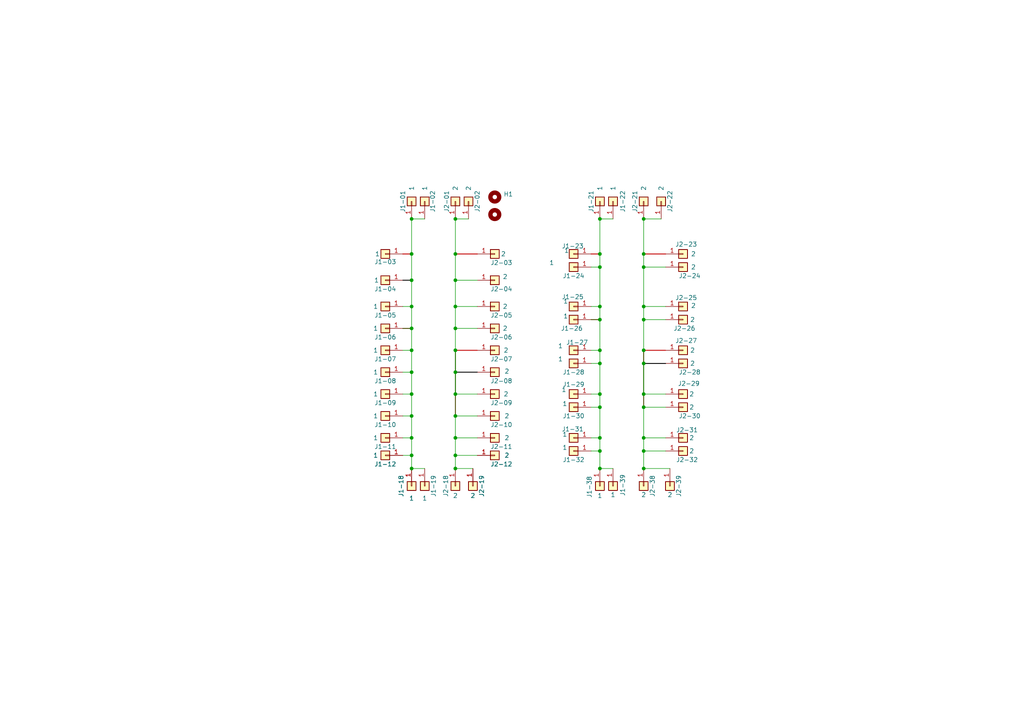
<source format=kicad_sch>
(kicad_sch (version 20250114) (generator "eeschema") (generator_version "9.0")
  (paper "A4")
  (lib_symbols
    (symbol "Connector_Generic:Conn_01x01" (pin_names (offset 1.016) (hide yes))
      (property "Reference" "J" (at 0 2.54 0))
      (property "Value" "Conn_01x01" (at 0 -2.54 0))
      (symbol "Conn_01x01_1_1"
        (rectangle (start -1.27 1.27) (end 1.27 -1.27) (stroke (width 0.254)) (fill (type background)))
        (rectangle (start -1.27 0.127) (end 0 -0.127) (stroke (width 0.1524)))
        (pin passive line (at -5.08 0 0) (length 3.81) (name "Pin_1") (number "1"))
      )
    )
    (symbol "Mechanical:MountingHole" (pin_names (offset 1.016))
      (property "Reference" "H" (at 0 5.08 0))
      (property "Value" "MountingHole" (at 0 3.175 0))
      (symbol "MountingHole_0_1"
        (circle (center 0 0) (radius 1.27) (stroke (width 1.27)))
      )
    )
  )
  (junction (at 173.99 114.3))
  (junction (at 186.69 73.66))
  (junction (at 186.69 88.9))
  (junction (at 132.08 135.89))
  (junction (at 186.69 77.47))
  (junction (at 132.08 114.3))
  (junction (at 173.99 127))
  (junction (at 132.08 127))
  (junction (at 119.38 88.9))
  (junction (at 132.08 81.28))
  (junction (at 186.69 118.11))
  (junction (at 132.08 88.9))
  (junction (at 119.38 81.28))
  (junction (at 186.69 127))
  (junction (at 119.38 120.65))
  (junction (at 119.38 95.25))
  (junction (at 173.99 88.9))
  (junction (at 132.08 107.95))
  (junction (at 119.38 127))
  (junction (at 119.38 101.6))
  (junction (at 132.08 120.65))
  (junction (at 186.69 105.41))
  (junction (at 173.99 77.47))
  (junction (at 119.38 114.3))
  (junction (at 119.38 63.5))
  (junction (at 173.99 92.71))
  (junction (at 173.99 101.6))
  (junction (at 173.99 130.81))
  (junction (at 132.08 73.66))
  (junction (at 119.38 132.08))
  (junction (at 173.99 135.89))
  (junction (at 173.99 73.66))
  (junction (at 132.08 132.08))
  (junction (at 186.69 130.81))
  (junction (at 186.69 135.89))
  (junction (at 119.38 135.89))
  (junction (at 132.08 101.6))
  (junction (at 132.08 95.25))
  (junction (at 186.69 114.3))
  (junction (at 173.99 105.41))
  (junction (at 186.69 101.6))
  (junction (at 186.69 92.71))
  (junction (at 132.08 63.5))
  (junction (at 173.99 118.11))
  (junction (at 173.99 63.5))
  (junction (at 186.69 63.5))
  (junction (at 119.38 107.95))
  (junction (at 119.38 73.66))
  (wire (pts (xy 177.8 135.89) (xy 173.99 135.89)))
  (wire (pts (xy 186.69 88.9) (xy 186.69 92.71)))
  (wire (pts (xy 186.69 101.6) (xy 193.04 101.6)) (stroke (width 0.25) (color 194 0 0 1)))
  (wire (pts (xy 132.08 107.95) (xy 138.43 107.95)) (stroke (width 0.25) (color 0 0 0 1)))
  (wire (pts (xy 173.99 130.81) (xy 173.99 135.89)))
  (wire (pts (xy 173.99 63.5) (xy 173.99 73.66)))
  (wire (pts (xy 173.99 101.6) (xy 173.99 105.41)))
  (wire (pts (xy 138.43 73.66) (xy 132.08 73.66)) (stroke (width 0.25) (color 194 0 0 1)))
  (wire (pts (xy 186.69 77.47) (xy 193.04 77.47)))
  (wire (pts (xy 173.99 105.41) (xy 173.99 114.3)))
  (wire (pts (xy 132.08 114.3) (xy 138.43 114.3)))
  (wire (pts (xy 186.69 92.71) (xy 186.69 101.6)))
  (wire (pts (xy 132.08 127) (xy 132.08 132.08)))
  (wire (pts (xy 119.38 114.3) (xy 119.38 120.65)))
  (wire (pts (xy 132.08 107.95) (xy 132.08 114.3)))
  (wire (pts (xy 171.45 130.81) (xy 173.99 130.81)))
  (wire (pts (xy 132.08 101.6) (xy 132.08 107.95)) (stroke (width 0.25) (color 72 72 0 1)))
  (wire (pts (xy 119.38 81.28) (xy 119.38 88.9)))
  (wire (pts (xy 132.08 114.3) (xy 132.08 120.65)) (stroke (width 0.25) (color 72 72 0 1)))
  (wire (pts (xy 186.69 101.6) (xy 186.69 105.41)) (stroke (width 0.25) (color 72 72 0 1)))
  (wire (pts (xy 119.38 63.5) (xy 123.19 63.5)))
  (wire (pts (xy 119.38 88.9) (xy 119.38 95.25)))
  (wire (pts (xy 119.38 135.89) (xy 123.19 135.89)))
  (wire (pts (xy 132.08 127) (xy 138.43 127)))
  (wire (pts (xy 186.69 105.41) (xy 186.69 114.3)))
  (wire (pts (xy 119.38 95.25) (xy 119.38 101.6)))
  (wire (pts (xy 116.84 95.25) (xy 119.38 95.25)) (stroke (width 0.25) (color 72 72 0 1)))
  (wire (pts (xy 193.04 73.66) (xy 186.69 73.66)) (stroke (width 0.25) (color 194 0 0 1)))
  (wire (pts (xy 132.08 107.95) (xy 132.08 114.3)) (stroke (width 0.25) (color 72 72 0 1)))
  (wire (pts (xy 132.08 63.5) (xy 132.08 73.66)))
  (wire (pts (xy 132.08 101.6) (xy 138.43 101.6)) (stroke (width 0.25) (color 194 0 0 1)))
  (wire (pts (xy 173.99 118.11) (xy 173.99 127)))
  (wire (pts (xy 186.69 114.3) (xy 186.69 118.11)) (stroke (width 0.25) (color 72 72 0 1)))
  (wire (pts (xy 171.45 77.47) (xy 173.99 77.47)))
  (wire (pts (xy 171.45 114.3) (xy 173.99 114.3)))
  (wire (pts (xy 186.69 77.47) (xy 186.69 88.9)))
  (wire (pts (xy 119.38 120.65) (xy 119.38 127)))
  (wire (pts (xy 132.08 95.25) (xy 132.08 101.6)))
  (wire (pts (xy 132.08 132.08) (xy 132.08 135.89)))
  (wire (pts (xy 171.45 73.66) (xy 173.99 73.66)) (stroke (width 0.25) (color 194 0 0 1)))
  (wire (pts (xy 173.99 88.9) (xy 173.99 92.71)))
  (wire (pts (xy 132.08 95.25) (xy 138.43 95.25)))
  (wire (pts (xy 186.69 105.41) (xy 193.04 105.41)) (stroke (width 0.25) (color 0 0 0 1)))
  (wire (pts (xy 177.8 63.5) (xy 173.99 63.5)))
  (wire (pts (xy 193.04 127) (xy 186.69 127)))
  (wire (pts (xy 186.69 101.6) (xy 186.69 105.41)))
  (wire (pts (xy 191.77 63.5) (xy 186.69 63.5)))
  (wire (pts (xy 116.84 107.95) (xy 119.38 107.95)))
  (wire (pts (xy 186.69 63.5) (xy 186.69 73.66)))
  (wire (pts (xy 119.38 107.95) (xy 119.38 114.3)))
  (wire (pts (xy 194.31 135.89) (xy 186.69 135.89)))
  (wire (pts (xy 132.08 88.9) (xy 132.08 95.25)))
  (wire (pts (xy 119.38 101.6) (xy 119.38 107.95)))
  (wire (pts (xy 116.84 132.08) (xy 119.38 132.08)))
  (wire (pts (xy 116.84 81.28) (xy 119.38 81.28)) (stroke (width 0.25) (color 0 0 0 1)))
  (wire (pts (xy 173.99 127) (xy 173.99 130.81)))
  (wire (pts (xy 119.38 127) (xy 119.38 132.08)))
  (wire (pts (xy 173.99 114.3) (xy 173.99 118.11)))
  (wire (pts (xy 132.08 63.5) (xy 135.89 63.5)))
  (wire (pts (xy 173.99 73.66) (xy 173.99 77.47)))
  (wire (pts (xy 171.45 105.41) (xy 173.99 105.41)))
  (wire (pts (xy 186.69 92.71) (xy 193.04 92.71)))
  (wire (pts (xy 116.84 120.65) (xy 119.38 120.65)))
  (wire (pts (xy 116.84 88.9) (xy 119.38 88.9)))
  (wire (pts (xy 132.08 120.65) (xy 138.43 120.65)))
  (wire (pts (xy 186.69 130.81) (xy 186.69 135.89)))
  (wire (pts (xy 132.08 81.28) (xy 132.08 88.9)))
  (wire (pts (xy 171.45 101.6) (xy 173.99 101.6)))
  (wire (pts (xy 186.69 88.9) (xy 193.04 88.9)))
  (wire (pts (xy 132.08 132.08) (xy 138.43 132.08)))
  (wire (pts (xy 132.08 120.65) (xy 132.08 127)))
  (wire (pts (xy 116.84 101.6) (xy 119.38 101.6)))
  (wire (pts (xy 132.08 135.89) (xy 137.16 135.89)))
  (wire (pts (xy 132.08 101.6) (xy 132.08 107.95)))
  (wire (pts (xy 119.38 73.66) (xy 119.38 81.28)))
  (wire (pts (xy 186.69 114.3) (xy 193.04 114.3)))
  (wire (pts (xy 132.08 88.9) (xy 138.43 88.9)))
  (wire (pts (xy 173.99 77.47) (xy 173.99 88.9)))
  (wire (pts (xy 171.45 127) (xy 173.99 127)))
  (wire (pts (xy 171.45 118.11) (xy 173.99 118.11)))
  (wire (pts (xy 193.04 130.81) (xy 186.69 130.81)))
  (wire (pts (xy 132.08 73.66) (xy 132.08 81.28)))
  (wire (pts (xy 116.84 73.66) (xy 119.38 73.66)) (stroke (width 0.25) (color 194 0 0 1)))
  (wire (pts (xy 116.84 114.3) (xy 119.38 114.3)))
  (wire (pts (xy 173.99 92.71) (xy 173.99 101.6)))
  (wire (pts (xy 186.69 118.11) (xy 186.69 127)))
  (wire (pts (xy 116.84 127) (xy 119.38 127)))
  (wire (pts (xy 119.38 63.5) (xy 119.38 73.66)))
  (wire (pts (xy 171.45 92.71) (xy 173.99 92.71)) (stroke (width 0.25) (color 72 72 0 1)))
  (wire (pts (xy 132.08 81.28) (xy 138.43 81.28)))
  (wire (pts (xy 119.38 132.08) (xy 119.38 135.89)))
  (wire (pts (xy 186.69 127) (xy 186.69 130.81)))
  (wire (pts (xy 186.69 105.41) (xy 186.69 114.3)) (stroke (width 0.25) (color 72 72 0 1)))
  (wire (pts (xy 171.45 88.9) (xy 173.99 88.9)))
  (wire (pts (xy 186.69 73.66) (xy 186.69 77.47)))
  (wire (pts (xy 186.69 118.11) (xy 193.04 118.11)))
  (symbol (lib_id "Connector_Generic:Conn_01x01") (at 198.12 130.81 0) (unit 1)
    (property "Reference" "J2-32" (at 196.088 133.35 0) (effects (justify left)))
    (property "Value" "2" (at 199.898 130.81 0) (effects (justify left)))
    (property "Footprint" "Wago:Pad_7.5x2.2mm" (effects (hide yes)))
  )
  (symbol (lib_id "Connector_Generic:Conn_01x01") (at 119.38 58.42 90) (unit 1)
    (property "Reference" "J1-01" (at 116.84 58.42 0))
    (property "Value" "1" (at 119.38 54.61 0))
    (property "Footprint" "Wago:Pad_7.5x2.2mm" (effects (hide yes)))
  )
  (symbol (lib_id "Connector_Generic:Conn_01x01") (at 143.51 132.08 0) (unit 1)
    (property "Reference" "J2-12" (at 142.24 134.62 0) (effects (justify left)))
    (property "Value" "2" (at 146.304 132.08 0) (effects (justify left)))
    (property "Footprint" "Wago:Pad_7.5x2.2mm" (effects (hide yes)))
  )
  (symbol (lib_id "Connector_Generic:Conn_01x01") (at 166.37 92.71 180) (unit 1)
    (property "Reference" "J1-26" (at 165.862 95.25 0))
    (property "Value" "1" (at 164.084 91.694 0))
    (property "Footprint" "Wago:Pad_7.5x2.2mm" (effects (hide yes)))
  )
  (symbol (lib_id "Connector_Generic:Conn_01x01") (at 191.77 58.42 90) (unit 1)
    (property "Reference" "J2-22" (at 194.31 58.42 0))
    (property "Value" "2" (at 191.77 54.61 0))
    (property "Footprint" "Wago:Pad_7.5x2.2mm" (effects (hide yes)))
  )
  (symbol (lib_id "Connector_Generic:Conn_01x01") (at 111.76 132.08 180) (unit 1)
    (property "Reference" "J1-12" (at 111.76 134.62 0))
    (property "Value" "1" (at 108.966 132.08 0))
    (property "Footprint" "Wago:Pad_7.5x2.2mm" (effects (hide yes)))
  )
  (symbol (lib_id "Connector_Generic:Conn_01x01") (at 143.51 114.3 0) (unit 1)
    (property "Reference" "J2-09" (at 142.24 116.84 0) (effects (justify left)))
    (property "Value" "2" (at 146.05 114.3 0) (effects (justify left)))
    (property "Footprint" "Wago:Pad_7.5x2.2mm" (effects (hide yes)))
  )
  (symbol (lib_id "Connector_Generic:Conn_01x01") (at 132.08 58.42 90) (unit 1)
    (property "Reference" "J2-01" (at 129.54 58.42 0))
    (property "Value" "2" (at 132.08 54.61 0))
    (property "Footprint" "Wago:Pad_7.5x2.2mm" (effects (hide yes)))
  )
  (symbol (lib_id "Connector_Generic:Conn_01x01") (at 166.37 118.11 180) (unit 1)
    (property "Reference" "J1-30" (at 166.37 120.65 0))
    (property "Value" "1" (at 163.83 117.094 0))
    (property "Footprint" "Wago:Pad_7.5x2.2mm" (effects (hide yes)))
  )
  (symbol (lib_id "Connector_Generic:Conn_01x01") (at 111.76 73.66 180) (unit 1)
    (property "Reference" "J1-03" (at 111.76 75.946 0))
    (property "Value" "1" (at 109.474 73.66 0))
    (property "Footprint" "Wago:Pad_7.5x2.2mm" (effects (hide yes)))
  )
  (symbol (lib_id "Connector_Generic:Conn_01x01") (at 198.12 127 0) (unit 1)
    (property "Reference" "J2-31" (at 196.088 124.714 0) (effects (justify left)))
    (property "Value" "2" (at 199.898 127 0) (effects (justify left)))
    (property "Footprint" "Wago:Pad_7.5x2.2mm" (effects (hide yes)))
  )
  (symbol (lib_id "Connector_Generic:Conn_01x01") (at 177.8 58.42 90) (unit 1)
    (property "Reference" "J1-22" (at 180.594 58.42 0))
    (property "Value" "1" (at 177.8 54.61 0))
    (property "Footprint" "Wago:Pad_7.5x2.2mm" (effects (hide yes)))
  )
  (symbol (lib_id "Mechanical:MountingHole") (at 143.51 62.23 0) (unit 1)
    (property "Reference" "H3" (effects (hide yes)))
    (property "Value" "MountingHole" (effects (hide yes)))
    (property "Footprint" "MountingHole:MountingHole_2.1mm" (effects (hide yes)))
  )
  (symbol (lib_id "Connector_Generic:Conn_01x01") (at 166.37 73.66 180) (unit 1)
    (property "Reference" "J1-23" (at 166.116 71.374 0))
    (property "Value" "1" (at 164.338 72.644 0))
    (property "Footprint" "Wago:Pad_7.5x2.2mm" (effects (hide yes)))
  )
  (symbol (lib_id "Connector_Generic:Conn_01x01") (at 132.08 140.97 270) (unit 1)
    (property "Reference" "J2-18" (at 129.286 140.97 0))
    (property "Value" "2" (at 132.08 143.764 90))
    (property "Footprint" "Wago:Pad_7.5x2.2mm" (effects (hide yes)))
  )
  (symbol (lib_id "Connector_Generic:Conn_01x01") (at 143.51 88.9 0) (unit 1)
    (property "Reference" "J2-05" (at 142.24 91.44 0) (effects (justify left)))
    (property "Value" "2" (at 145.796 88.9 0) (effects (justify left)))
    (property "Footprint" "Wago:Pad_7.5x2.2mm" (effects (hide yes)))
  )
  (symbol (lib_id "Connector_Generic:Conn_01x01") (at 177.8 140.97 270) (unit 1)
    (property "Reference" "J1-39" (at 180.594 140.716 0))
    (property "Value" "1" (at 177.8 143.51 90))
    (property "Footprint" "Wago:Pad_7.5x2.2mm" (effects (hide yes)))
  )
  (symbol (lib_id "Connector_Generic:Conn_01x01") (at 111.76 88.9 180) (unit 1)
    (property "Reference" "J1-05" (at 111.76 91.44 0))
    (property "Value" "1" (at 108.966 88.9 0))
    (property "Footprint" "Wago:Pad_7.5x2.2mm" (effects (hide yes)))
  )
  (symbol (lib_id "Connector_Generic:Conn_01x01") (at 198.12 118.11 0) (unit 1)
    (property "Reference" "J2-30" (at 196.85 120.65 0) (effects (justify left)))
    (property "Value" "2" (at 199.898 118.11 0) (effects (justify left)))
    (property "Footprint" "Wago:Pad_7.5x2.2mm" (effects (hide yes)))
  )
  (symbol (lib_id "Connector_Generic:Conn_01x01") (at 135.89 58.42 90) (unit 1)
    (property "Reference" "J2-02" (at 138.43 58.42 0))
    (property "Value" "2" (at 135.89 54.61 0))
    (property "Footprint" "Wago:Pad_7.5x2.2mm" (effects (hide yes)))
  )
  (symbol (lib_id "Connector_Generic:Conn_01x01") (at 123.19 140.97 270) (unit 1)
    (property "Reference" "J1-19" (at 125.73 140.97 0))
    (property "Value" "1" (at 123.19 144.526 90))
    (property "Footprint" "Wago:Pad_7.5x2.2mm" (effects (hide yes)))
  )
  (symbol (lib_id "Connector_Generic:Conn_01x01") (at 119.38 140.97 270) (unit 1)
    (property "Reference" "J1-18" (at 116.332 140.97 0))
    (property "Value" "1" (at 119.38 144.526 90))
    (property "Footprint" "Wago:Pad_7.5x2.2mm" (effects (hide yes)))
  )
  (symbol (lib_id "Connector_Generic:Conn_01x01") (at 166.37 101.6 180) (unit 1)
    (property "Reference" "J1-27" (at 167.386 99.314 0))
    (property "Value" "1" (at 162.56 100.33 0))
    (property "Footprint" "Wago:Pad_7.5x2.2mm" (effects (hide yes)))
  )
  (symbol (lib_id "Connector_Generic:Conn_01x01") (at 111.76 101.6 180) (unit 1)
    (property "Reference" "J1-07" (at 111.76 104.14 0))
    (property "Value" "1" (at 108.966 101.6 0))
    (property "Footprint" "Wago:Pad_7.5x2.2mm" (effects (hide yes)))
  )
  (symbol (lib_id "Connector_Generic:Conn_01x01") (at 173.99 58.42 90) (unit 1)
    (property "Reference" "J1-21" (at 171.45 58.42 0))
    (property "Value" "1" (at 173.99 54.61 0))
    (property "Footprint" "Wago:Pad_7.5x2.2mm" (effects (hide yes)))
  )
  (symbol (lib_id "Connector_Generic:Conn_01x01") (at 198.12 105.41 0) (unit 1)
    (property "Reference" "J2-28" (at 196.85 107.95 0) (effects (justify left)))
    (property "Value" "2" (at 200.152 105.41 0) (effects (justify left)))
    (property "Footprint" "Wago:Pad_7.5x2.2mm" (effects (hide yes)))
  )
  (symbol (lib_id "Connector_Generic:Conn_01x01") (at 198.12 114.3 0) (unit 1)
    (property "Reference" "J2-29" (at 196.596 111.252 0) (effects (justify left)))
    (property "Value" "2" (at 199.898 114.3 0) (effects (justify left)))
    (property "Footprint" "Wago:Pad_7.5x2.2mm" (effects (hide yes)))
  )
  (symbol (lib_id "Connector_Generic:Conn_01x01") (at 137.16 140.97 270) (unit 1)
    (property "Reference" "J2-19" (at 139.7 140.97 0))
    (property "Value" "2" (at 137.16 143.764 90))
    (property "Footprint" "Wago:Pad_7.5x2.2mm" (effects (hide yes)))
  )
  (symbol (lib_id "Connector_Generic:Conn_01x01") (at 186.69 58.42 90) (unit 1)
    (property "Reference" "J2-21" (at 184.15 58.42 0))
    (property "Value" "2" (at 186.69 54.61 0))
    (property "Footprint" "Wago:Pad_7.5x2.2mm" (effects (hide yes)))
  )
  (symbol (lib_id "Connector_Generic:Conn_01x01") (at 143.51 107.95 0) (unit 1)
    (property "Reference" "J2-08" (at 142.24 110.49 0) (effects (justify left)))
    (property "Value" "2" (at 146.304 107.696 0) (effects (justify left)))
    (property "Footprint" "Wago:Pad_7.5x2.2mm" (effects (hide yes)))
  )
  (symbol (lib_id "Connector_Generic:Conn_01x01") (at 198.12 77.47 0) (unit 1)
    (property "Reference" "J2-24" (at 196.85 80.01 0) (effects (justify left)))
    (property "Value" "2" (at 200.406 77.47 0) (effects (justify left)))
    (property "Footprint" "Wago:Pad_7.5x2.2mm" (effects (hide yes)))
  )
  (symbol (lib_id "Connector_Generic:Conn_01x01") (at 194.31 140.97 270) (unit 1)
    (property "Reference" "J2-39" (at 196.85 140.97 0))
    (property "Value" "2" (at 194.31 143.51 90))
    (property "Footprint" "Wago:Pad_7.5x2.2mm" (effects (hide yes)))
  )
  (symbol (lib_id "Connector_Generic:Conn_01x01") (at 143.51 95.25 0) (unit 1)
    (property "Reference" "J2-06" (at 142.24 97.79 0) (effects (justify left)))
    (property "Value" "2" (at 145.796 95.25 0) (effects (justify left)))
    (property "Footprint" "Wago:Pad_7.5x2.2mm" (effects (hide yes)))
  )
  (symbol (lib_id "Connector_Generic:Conn_01x01") (at 111.76 95.25 180) (unit 1)
    (property "Reference" "J1-06" (at 111.76 97.79 0))
    (property "Value" "1" (at 108.966 95.25 0))
    (property "Footprint" "Wago:Pad_7.5x2.2mm" (effects (hide yes)))
  )
  (symbol (lib_id "Connector_Generic:Conn_01x01") (at 186.69 140.97 270) (unit 1)
    (property "Reference" "J2-38" (at 189.23 140.97 0))
    (property "Value" "2" (at 186.69 143.51 90))
    (property "Footprint" "Wago:Pad_7.5x2.2mm" (effects (hide yes)))
  )
  (symbol (lib_id "Connector_Generic:Conn_01x01") (at 111.76 120.65 180) (unit 1)
    (property "Reference" "J1-10" (at 111.76 123.19 0))
    (property "Value" "1" (at 108.966 120.65 0))
    (property "Footprint" "Wago:Pad_7.5x2.2mm" (effects (hide yes)))
  )
  (symbol (lib_id "Connector_Generic:Conn_01x01") (at 166.37 114.3 180) (unit 1)
    (property "Reference" "J1-29" (at 166.37 111.506 0))
    (property "Value" "1" (at 163.576 113.03 0))
    (property "Footprint" "Wago:Pad_7.5x2.2mm" (effects (hide yes)))
  )
  (symbol (lib_id "Connector_Generic:Conn_01x01") (at 198.12 88.9 0) (unit 1)
    (property "Reference" "J2-25" (at 195.834 86.36 0) (effects (justify left)))
    (property "Value" "2" (at 200.406 88.646 0) (effects (justify left)))
    (property "Footprint" "Wago:Pad_7.5x2.2mm" (effects (hide yes)))
  )
  (symbol (lib_id "Connector_Generic:Conn_01x01") (at 143.51 101.6 0) (unit 1)
    (property "Reference" "J2-07" (at 142.24 104.14 0) (effects (justify left)))
    (property "Value" "2" (at 146.05 101.6 0) (effects (justify left)))
    (property "Footprint" "Wago:Pad_7.5x2.2mm" (effects (hide yes)))
  )
  (symbol (lib_id "Connector_Generic:Conn_01x01") (at 143.51 73.66 0) (unit 1)
    (property "Reference" "J2-03" (at 142.24 76.2 0) (effects (justify left)))
    (property "Value" "2" (at 145.288 73.66 0) (effects (justify left)))
    (property "Footprint" "Wago:Pad_7.5x2.2mm" (effects (hide yes)))
  )
  (symbol (lib_id "Connector_Generic:Conn_01x01") (at 198.12 73.66 0) (unit 1)
    (property "Reference" "J2-23" (at 195.834 70.866 0) (effects (justify left)))
    (property "Value" "2" (at 200.406 73.66 0) (effects (justify left)))
    (property "Footprint" "Wago:Pad_7.5x2.2mm" (effects (hide yes)))
  )
  (symbol (lib_id "Connector_Generic:Conn_01x01") (at 143.51 81.28 0) (unit 1)
    (property "Reference" "J2-04" (at 142.24 83.82 0) (effects (justify left)))
    (property "Value" "2" (at 145.796 80.264 0) (effects (justify left)))
    (property "Footprint" "Wago:Pad_7.5x2.2mm" (effects (hide yes)))
  )
  (symbol (lib_id "Connector_Generic:Conn_01x01") (at 166.37 77.47 180) (unit 1)
    (property "Reference" "J1-24" (at 166.37 80.01 0))
    (property "Value" "1" (at 160.02 76.2 0))
    (property "Footprint" "Wago:Pad_7.5x2.2mm" (effects (hide yes)))
  )
  (symbol (lib_id "Mechanical:MountingHole") (at 143.51 57.15 0) (unit 1)
    (property "Reference" "H1" (at 146.05 56.3153 0) (effects (justify left)))
    (property "Value" "MountingHole" (effects (hide yes)))
    (property "Footprint" "MountingHole:MountingHole_2.1mm" (effects (hide yes)))
  )
  (symbol (lib_id "Connector_Generic:Conn_01x01") (at 111.76 114.3 180) (unit 1)
    (property "Reference" "J1-09" (at 111.76 116.84 0))
    (property "Value" "1" (at 108.966 114.3 0))
    (property "Footprint" "Wago:Pad_7.5x2.2mm" (effects (hide yes)))
  )
  (symbol (lib_id "Connector_Generic:Conn_01x01") (at 143.51 127 0) (unit 1)
    (property "Reference" "J2-11" (at 142.24 129.54 0) (effects (justify left)))
    (property "Value" "2" (at 146.304 127 0) (effects (justify left)))
    (property "Footprint" "Wago:Pad_7.5x2.2mm" (effects (hide yes)))
  )
  (symbol (lib_id "Connector_Generic:Conn_01x01") (at 123.19 58.42 90) (unit 1)
    (property "Reference" "J1-02" (at 125.476 58.42 0))
    (property "Value" "1" (at 123.19 54.61 0))
    (property "Footprint" "Wago:Pad_7.5x2.2mm" (effects (hide yes)))
  )
  (symbol (lib_id "Connector_Generic:Conn_01x01") (at 111.76 127 180) (unit 1)
    (property "Reference" "J1-11" (at 111.76 129.54 0))
    (property "Value" "1" (at 108.966 127 0))
    (property "Footprint" "Wago:Pad_7.5x2.2mm" (effects (hide yes)))
  )
  (symbol (lib_id "Connector_Generic:Conn_01x01") (at 166.37 130.81 180) (unit 1)
    (property "Reference" "J1-32" (at 166.37 133.35 0))
    (property "Value" "1" (at 163.83 129.794 0))
    (property "Footprint" "Wago:Pad_7.5x2.2mm" (effects (hide yes)))
  )
  (symbol (lib_id "Connector_Generic:Conn_01x01") (at 166.37 127 180) (unit 1)
    (property "Reference" "J1-31" (at 166.116 124.46 0))
    (property "Value" "1" (at 163.83 125.984 0))
    (property "Footprint" "Wago:Pad_7.5x2.2mm" (effects (hide yes)))
  )
  (symbol (lib_id "Connector_Generic:Conn_01x01") (at 198.12 101.6 0) (unit 1)
    (property "Reference" "J2-27" (at 195.834 98.806 0) (effects (justify left)))
    (property "Value" "2" (at 200.152 101.6 0) (effects (justify left)))
    (property "Footprint" "Wago:Pad_7.5x2.2mm" (effects (hide yes)))
  )
  (symbol (lib_id "Connector_Generic:Conn_01x01") (at 173.99 140.97 270) (unit 1)
    (property "Reference" "J1-38" (at 170.942 141.224 0))
    (property "Value" "1" (at 173.99 143.764 90))
    (property "Footprint" "Wago:Pad_7.5x2.2mm" (effects (hide yes)))
  )
  (symbol (lib_id "Connector_Generic:Conn_01x01") (at 111.76 107.95 180) (unit 1)
    (property "Reference" "J1-08" (at 111.76 110.49 0))
    (property "Value" "1" (at 108.966 107.95 0))
    (property "Footprint" "Wago:Pad_7.5x2.2mm" (effects (hide yes)))
  )
  (symbol (lib_id "Connector_Generic:Conn_01x01") (at 111.76 81.28 180) (unit 1)
    (property "Reference" "J1-04" (at 111.76 83.82 0))
    (property "Value" "1" (at 109.22 81.28 0))
    (property "Footprint" "Wago:Pad_7.5x2.2mm" (effects (hide yes)))
  )
  (symbol (lib_id "Connector_Generic:Conn_01x01") (at 166.37 88.9 180) (unit 1)
    (property "Reference" "J1-25" (at 166.116 86.106 0))
    (property "Value" "1" (at 164.084 87.376 0))
    (property "Footprint" "Wago:Pad_7.5x2.2mm" (effects (hide yes)))
  )
  (symbol (lib_id "Connector_Generic:Conn_01x01") (at 143.51 120.65 0) (unit 1)
    (property "Reference" "J2-10" (at 142.24 123.19 0) (effects (justify left)))
    (property "Value" "2" (at 146.304 120.65 0) (effects (justify left)))
    (property "Footprint" "Wago:Pad_7.5x2.2mm" (effects (hide yes)))
  )
  (symbol (lib_id "Connector_Generic:Conn_01x01") (at 166.37 105.41 180) (unit 1)
    (property "Reference" "J1-28" (at 166.37 107.95 0))
    (property "Value" "1" (at 162.56 104.14 0))
    (property "Footprint" "Wago:Pad_7.5x2.2mm" (effects (hide yes)))
  )
  (symbol (lib_id "Connector_Generic:Conn_01x01") (at 198.12 92.71 0) (unit 1)
    (property "Reference" "J2-26" (at 195.326 95.25 0) (effects (justify left)))
    (property "Value" "2" (at 200.152 92.71 0) (effects (justify left)))
    (property "Footprint" "Wago:Pad_7.5x2.2mm" (effects (hide yes)))
  )
)
</source>
